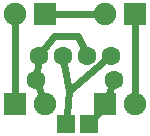
<source format=gbl>
G04 MADE WITH FRITZING*
G04 WWW.FRITZING.ORG*
G04 DOUBLE SIDED*
G04 HOLES PLATED*
G04 CONTOUR ON CENTER OF CONTOUR VECTOR*
%ASAXBY*%
%FSLAX23Y23*%
%MOIN*%
%OFA0B0*%
%SFA1.0B1.0*%
%ADD10C,0.075000*%
%ADD11C,0.062992*%
%ADD12R,0.075000X0.075000*%
%ADD13R,0.059055X0.059055*%
%ADD14C,0.024000*%
%LNCOPPER0*%
G90*
G70*
G54D10*
X357Y105D03*
X457Y105D03*
X55Y105D03*
X155Y105D03*
X155Y406D03*
X55Y406D03*
X457Y406D03*
X357Y406D03*
G54D11*
X374Y266D03*
X295Y266D03*
X216Y266D03*
X137Y266D03*
X125Y185D03*
X385Y185D03*
G54D12*
X357Y105D03*
X55Y105D03*
X155Y406D03*
X457Y406D03*
G54D13*
X303Y40D03*
X226Y40D03*
G54D14*
X129Y211D02*
X133Y239D01*
D02*
X145Y132D02*
X135Y159D01*
D02*
X55Y378D02*
X55Y134D01*
D02*
X328Y406D02*
X184Y406D01*
D02*
X457Y134D02*
X457Y378D01*
D02*
X185Y332D02*
X153Y288D01*
D02*
X264Y333D02*
X185Y332D01*
D02*
X264Y333D02*
X284Y290D01*
D02*
X376Y159D02*
X366Y132D01*
D02*
X234Y150D02*
X220Y240D01*
D02*
X228Y74D02*
X234Y150D01*
D02*
X234Y150D02*
X353Y249D01*
D02*
X339Y83D02*
X325Y67D01*
G04 End of Copper0*
M02*
</source>
